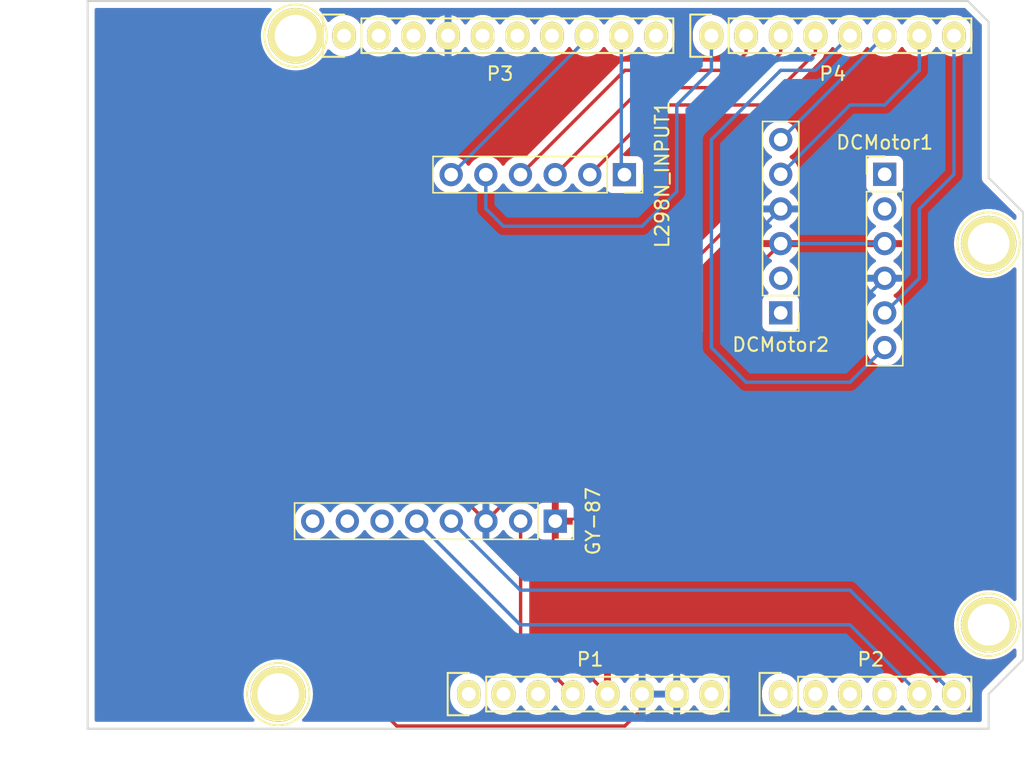
<source format=kicad_pcb>
(kicad_pcb (version 20211014) (generator pcbnew)
  (title_block (date "lun. 30 mars 2015"))
  (layers (0 "F.Cu" signal) (31 "B.Cu" signal) (34 "B.Paste" user) (35 "F.Paste" user) (36 "B.SilkS" user "B.Silkscreen") (37 "F.SilkS" user "F.Silkscreen") (38 "B.Mask" user) (39 "F.Mask" user) (44 "Edge.Cuts" user))
  (net 0 "")
  (net 1 "/IOREF")
  (net 2 "/Reset")
  (net 3 "+5V")
  (net 4 "GND")
  (net 5 "/Vin")
  (net 6 "/A0")
  (net 7 "/A1")
  (net 8 "/A2")
  (net 9 "/A3")
  (net 10 "/AREF")
  (net 11 "/A4(SDA)")
  (net 12 "/A5(SCL)")
  (net 13 "/9(**)")
  (net 14 "/8")
  (net 15 "/7")
  (net 16 "/6(**)")
  (net 17 "/5(**)")
  (net 18 "/4")
  (net 19 "/3(**)")
  (net 20 "/2")
  (net 21 "/1(Tx)")
  (net 22 "/0(Rx)")
  (net 23 "/M1-")
  (net 24 "/M1+")
  (net 25 "/M2-")
  (net 26 "/M2+")
  (net 27 "/13(SCK)")
  (net 30 "+3V3")
  (net 31 "/12(MISO)")
  (net 33 "/10(**{slash}SS)")
  (net 35 "/11(**{slash}MOSI)")
  (footprint "Socket_Arduino_Uno:Socket_Strip_Arduino_1x08" (layer "F.Cu") (at 138.938 123.825)
    (fp_text reference "P1" (at 8.89 -2.54) (layer "F.SilkS"))
    (fp_text value "Power")
    (fp_line (start 19.05 1.27) (end 19.05 -1.27) (layer "F.SilkS") (width 0.15))
    (fp_line (start 1.27 1.27) (end 19.05 1.27) (layer "F.SilkS") (width 0.15))
    (fp_line (start 19.05 -1.27) (end 1.27 -1.27) (layer "F.SilkS") (width 0.15))
    (fp_line (start 0 -1.55) (end -1.55 -1.55) (layer "F.SilkS") (width 0.15))
    (fp_line (start -1.55 -1.55) (end -1.55 1.55) (layer "F.SilkS") (width 0.15))
    (fp_line (start -1.55 1.55) (end 0 1.55) (layer "F.SilkS") (width 0.15))
    (fp_line (start 1.27 1.27) (end 1.27 -1.27) (layer "F.SilkS") (width 0.15))
    (pad "1" thru_hole oval locked (at 0 0) (size 1.7272 2.032) (drill 1.016) (layers *.Cu *.Mask "F.SilkS"))
    (pad "2" thru_hole oval locked (at 2.54 0) (size 1.7272 2.032) (drill 1.016) (layers *.Cu *.Mask "F.SilkS") (net 1 "/IOREF"))
    (pad "3" thru_hole oval locked (at 5.08 0) (size 1.7272 2.032) (drill 1.016) (layers *.Cu *.Mask "F.SilkS") (net 2 "/Reset"))
    (pad "4" thru_hole oval locked (at 7.62 0) (size 1.7272 2.032) (drill 1.016) (layers *.Cu *.Mask "F.SilkS") (net 30 "+3V3"))
    (pad "5" thru_hole oval locked (at 10.16 0) (size 1.7272 2.032) (drill 1.016) (layers *.Cu *.Mask "F.SilkS") (net 3 "+5V"))
    (pad "6" thru_hole oval locked (at 12.7 0) (size 1.7272 2.032) (drill 1.016) (layers *.Cu *.Mask "F.SilkS") (net 4 "GND"))
    (pad "7" thru_hole oval locked (at 15.24 0) (size 1.7272 2.032) (drill 1.016) (layers *.Cu *.Mask "F.SilkS") (net 4 "GND"))
    (pad "8" thru_hole oval locked (at 17.78 0) (size 1.7272 2.032) (drill 1.016) (layers *.Cu *.Mask "F.SilkS") (net 5 "/Vin"))
  )
  (footprint "Socket_Arduino_Uno:Socket_Strip_Arduino_1x06" (layer "F.Cu") (at 161.798 123.825)
    (fp_text reference "P2" (at 6.604 -2.54) (layer "F.SilkS"))
    (fp_text value "Analog")
    (fp_line (start 1.27 1.27) (end 1.27 -1.27) (layer "F.SilkS") (width 0.15))
    (fp_line (start 0 -1.55) (end -1.55 -1.55) (layer "F.SilkS") (width 0.15))
    (fp_line (start 13.97 -1.27) (end 1.27 -1.27) (layer "F.SilkS") (width 0.15))
    (fp_line (start 1.27 1.27) (end 13.97 1.27) (layer "F.SilkS") (width 0.15))
    (fp_line (start 13.97 1.27) (end 13.97 -1.27) (layer "F.SilkS") (width 0.15))
    (fp_line (start -1.55 -1.55) (end -1.55 1.55) (layer "F.SilkS") (width 0.15))
    (fp_line (start -1.55 1.55) (end 0 1.55) (layer "F.SilkS") (width 0.15))
    (pad "1" thru_hole oval locked (at 0 0) (size 1.7272 2.032) (drill 1.016) (layers *.Cu *.Mask "F.SilkS") (net 6 "/A0"))
    (pad "2" thru_hole oval locked (at 2.54 0) (size 1.7272 2.032) (drill 1.016) (layers *.Cu *.Mask "F.SilkS") (net 7 "/A1"))
    (pad "3" thru_hole oval locked (at 5.08 0) (size 1.7272 2.032) (drill 1.016) (layers *.Cu *.Mask "F.SilkS") (net 8 "/A2"))
    (pad "4" thru_hole oval locked (at 7.62 0) (size 1.7272 2.032) (drill 1.016) (layers *.Cu *.Mask "F.SilkS") (net 9 "/A3"))
    (pad "5" thru_hole oval locked (at 10.16 0) (size 1.7272 2.032) (drill 1.016) (layers *.Cu *.Mask "F.SilkS") (net 11 "/A4(SDA)"))
    (pad "6" thru_hole oval locked (at 12.7 0) (size 1.7272 2.032) (drill 1.016) (layers *.Cu *.Mask "F.SilkS") (net 12 "/A5(SCL)"))
  )
  (footprint "Socket_Arduino_Uno:Socket_Strip_Arduino_1x10" (layer "F.Cu") (at 129.794 75.565)
    (fp_text reference "P3" (at 11.43 2.794) (layer "F.SilkS"))
    (fp_text value "Digital")
    (fp_line (start -1.55 -1.55) (end -1.55 1.55) (layer "F.SilkS") (width 0.15))
    (fp_line (start 1.27 1.27) (end 24.13 1.27) (layer "F.SilkS") (width 0.15))
    (fp_line (start 24.13 1.27) (end 24.13 -1.27) (layer "F.SilkS") (width 0.15))
    (fp_line (start 24.13 -1.27) (end 1.27 -1.27) (layer "F.SilkS") (width 0.15))
    (fp_line (start 0 -1.55) (end -1.55 -1.55) (layer "F.SilkS") (width 0.15))
    (fp_line (start -1.55 1.55) (end 0 1.55) (layer "F.SilkS") (width 0.15))
    (fp_line (start 1.27 1.27) (end 1.27 -1.27) (layer "F.SilkS") (width 0.15))
    (pad "1" thru_hole oval locked (at 0 0) (size 1.7272 2.032) (drill 1.016) (layers *.Cu *.Mask "F.SilkS") (net 12 "/A5(SCL)"))
    (pad "2" thru_hole oval locked (at 2.54 0) (size 1.7272 2.032) (drill 1.016) (layers *.Cu *.Mask "F.SilkS") (net 11 "/A4(SDA)"))
    (pad "3" thru_hole oval locked (at 5.08 0) (size 1.7272 2.032) (drill 1.016) (layers *.Cu *.Mask "F.SilkS") (net 10 "/AREF"))
    (pad "4" thru_hole oval locked (at 7.62 0) (size 1.7272 2.032) (drill 1.016) (layers *.Cu *.Mask "F.SilkS") (net 4 "GND"))
    (pad "5" thru_hole oval locked (at 10.16 0) (size 1.7272 2.032) (drill 1.016) (layers *.Cu *.Mask "F.SilkS") (net 27 "/13(SCK)"))
    (pad "6" thru_hole oval locked (at 12.7 0) (size 1.7272 2.032) (drill 1.016) (layers *.Cu *.Mask "F.SilkS") (net 31 "/12(MISO)"))
    (pad "7" thru_hole oval locked (at 15.24 0) (size 1.7272 2.032) (drill 1.016) (layers *.Cu *.Mask "F.SilkS") (net 35 "/11(**{slash}MOSI)"))
    (pad "8" thru_hole oval locked (at 17.78 0) (size 1.7272 2.032) (drill 1.016) (layers *.Cu *.Mask "F.SilkS") (net 33 "/10(**{slash}SS)"))
    (pad "9" thru_hole oval locked (at 20.32 0) (size 1.7272 2.032) (drill 1.016) (layers *.Cu *.Mask "F.SilkS") (net 13 "/9(**)"))
    (pad "10" thru_hole oval locked (at 22.86 0) (size 1.7272 2.032) (drill 1.016) (layers *.Cu *.Mask "F.SilkS") (net 14 "/8"))
  )
  (footprint "Socket_Arduino_Uno:Socket_Strip_Arduino_1x08" (layer "F.Cu") (at 156.718 75.565)
    (fp_text reference "P4" (at 8.89 2.794) (layer "F.SilkS"))
    (fp_text value "Digital")
    (fp_line (start 19.05 -1.27) (end 1.27 -1.27) (layer "F.SilkS") (width 0.15))
    (fp_line (start -1.55 1.55) (end 0 1.55) (layer "F.SilkS") (width 0.15))
    (fp_line (start 1.27 1.27) (end 19.05 1.27) (layer "F.SilkS") (width 0.15))
    (fp_line (start 1.27 1.27) (end 1.27 -1.27) (layer "F.SilkS") (width 0.15))
    (fp_line (start 0 -1.55) (end -1.55 -1.55) (layer "F.SilkS") (width 0.15))
    (fp_line (start 19.05 1.27) (end 19.05 -1.27) (layer "F.SilkS") (width 0.15))
    (fp_line (start -1.55 -1.55) (end -1.55 1.55) (layer "F.SilkS") (width 0.15))
    (pad "1" thru_hole oval locked (at 0 0) (size 1.7272 2.032) (drill 1.016) (layers *.Cu *.Mask "F.SilkS") (net 15 "/7"))
    (pad "2" thru_hole oval locked (at 2.54 0) (size 1.7272 2.032) (drill 1.016) (layers *.Cu *.Mask "F.SilkS") (net 16 "/6(**)"))
    (pad "3" thru_hole oval locked (at 5.08 0) (size 1.7272 2.032) (drill 1.016) (layers *.Cu *.Mask "F.SilkS") (net 17 "/5(**)"))
    (pad "4" thru_hole oval locked (at 7.62 0) (size 1.7272 2.032) (drill 1.016) (layers *.Cu *.Mask "F.SilkS") (net 18 "/4"))
    (pad "5" thru_hole oval locked (at 10.16 0) (size 1.7272 2.032) (drill 1.016) (layers *.Cu *.Mask "F.SilkS") (net 19 "/3(**)"))
    (pad "6" thru_hole oval locked (at 12.7 0) (size 1.7272 2.032) (drill 1.016) (layers *.Cu *.Mask "F.SilkS") (net 20 "/2"))
    (pad "7" thru_hole oval locked (at 15.24 0) (size 1.7272 2.032) (drill 1.016) (layers *.Cu *.Mask "F.SilkS") (net 21 "/1(Tx)"))
    (pad "8" thru_hole oval locked (at 17.78 0) (size 1.7272 2.032) (drill 1.016) (layers *.Cu *.Mask "F.SilkS") (net 22 "/0(Rx)"))
  )
  (footprint "Socket_Arduino_Uno:Arduino_1pin" (layer "F.Cu") (at 124.968 123.825)
    (fp_text reference "P5" hide)
    (fp_text value "CONN_01X01" hide)
    (fp_circle (center 0 0) (end 0 -2.286) (layer "F.SilkS") (width 0.15) (fill none))
    (pad "1" thru_hole circle locked (at 0 0) (size 4.064 4.064) (drill 3.048) (layers *.Cu *.Mask "F.SilkS"))
  )
  (footprint "Socket_Arduino_Uno:Arduino_1pin" (layer "F.Cu") (at 177.038 118.745)
    (fp_text reference "P6" hide)
    (fp_text value "CONN_01X01" hide)
    (fp_circle (center 0 0) (end 0 -2.286) (layer "F.SilkS") (width 0.15) (fill none))
    (pad "1" thru_hole circle locked (at 0 0) (size 4.064 4.064) (drill 3.048) (layers *.Cu *.Mask "F.SilkS"))
  )
  (footprint "Socket_Arduino_Uno:Arduino_1pin" (layer "F.Cu") (at 126.238 75.565)
    (fp_text reference "P7" hide)
    (fp_text value "CONN_01X01" hide)
    (fp_circle (center 0 0) (end 0 -2.286) (layer "F.SilkS") (width 0.15) (fill none))
    (pad "1" thru_hole circle locked (at 0 0) (size 4.064 4.064) (drill 3.048) (layers *.Cu *.Mask "F.SilkS"))
  )
  (footprint "Socket_Arduino_Uno:Arduino_1pin" (layer "F.Cu") (at 177.038 90.805)
    (fp_text reference "P8" hide)
    (fp_text value "CONN_01X01" hide)
    (fp_circle (center 0 0) (end 0 -2.286) (layer "F.SilkS") (width 0.15) (fill none))
    (pad "1" thru_hole circle locked (at 0 0) (size 4.064 4.064) (drill 3.048) (layers *.Cu *.Mask "F.SilkS"))
  )
  (footprint "Connector_PinSocket_2.54mm:PinSocket_1x06_P2.54mm_Vertical" (layer "F.Cu") (at 150.343 85.75 -90)
    (fp_text reference "L298N_INPUT1" (at 0 -2.77 90) (layer "F.SilkS"))
    (fp_text value "Conn_01x06_Female")
    (fp_line (start 1.33 -1.33) (end 1.33 0) (layer "F.SilkS") (width 0.12))
    (fp_line (start -1.33 14.03) (end 1.33 14.03) (layer "F.SilkS") (width 0.12))
    (fp_line (start -1.33 1.27) (end -1.33 14.03) (layer "F.SilkS") (width 0.12))
    (fp_line (start -1.33 1.27) (end 1.33 1.27) (layer "F.SilkS") (width 0.12))
    (fp_line (start 0 -1.33) (end 1.33 -1.33) (layer "F.SilkS") (width 0.12))
    (fp_line (start 1.33 1.27) (end 1.33 14.03) (layer "F.SilkS") (width 0.12))
    (pad "1" thru_hole rect (at 0 0 270) (size 1.7 1.7) (drill 1) (layers *.Cu *.Mask) (net 13 "/9(**)"))
    (pad "2" thru_hole oval (at 0 2.54 270) (size 1.7 1.7) (drill 1) (layers *.Cu *.Mask) (net 18 "/4"))
    (pad "3" thru_hole oval (at 0 5.08 270) (size 1.7 1.7) (drill 1) (layers *.Cu *.Mask) (net 17 "/5(**)"))
    (pad "4" thru_hole oval (at 0 7.62 270) (size 1.7 1.7) (drill 1) (layers *.Cu *.Mask) (net 16 "/6(**)"))
    (pad "5" thru_hole oval (at 0 10.16 270) (size 1.7 1.7) (drill 1) (layers *.Cu *.Mask) (net 15 "/7"))
    (pad "6" thru_hole oval (at 0 12.7 270) (size 1.7 1.7) (drill 1) (layers *.Cu *.Mask) (net 33 "/10(**{slash}SS)"))
  )
  (footprint "Connector_PinSocket_2.54mm:PinSocket_1x08_P2.54mm_Vertical" (layer "F.Cu") (at 145.273 111.15 -90)
    (fp_text reference "GY-87" (at 0 -2.77 90) (layer "F.SilkS"))
    (fp_text value "Conn_01x08_Female")
    (fp_line (start 1.33 -1.33) (end 1.33 0) (layer "F.SilkS") (width 0.12))
    (fp_line (start -1.33 1.27) (end 1.33 1.27) (layer "F.SilkS") (width 0.12))
    (fp_line (start -1.33 1.27) (end -1.33 19.11) (layer "F.SilkS") (width 0.12))
    (fp_line (start -1.33 19.11) (end 1.33 19.11) (layer "F.SilkS") (width 0.12))
    (fp_line (start 0 -1.33) (end 1.33 -1.33) (layer "F.SilkS") (width 0.12))
    (fp_line (start 1.33 1.27) (end 1.33 19.11) (layer "F.SilkS") (width 0.12))
    (pad "1" thru_hole rect (at 0 0 270) (size 1.7 1.7) (drill 1) (layers *.Cu *.Mask) (net 3 "+5V"))
    (pad "2" thru_hole oval (at 0 2.54 270) (size 1.7 1.7) (drill 1) (layers *.Cu *.Mask) (net 30 "+3V3"))
    (pad "3" thru_hole oval (at 0 5.08 270) (size 1.7 1.7) (drill 1) (layers *.Cu *.Mask) (net 4 "GND"))
    (pad "4" thru_hole oval (at 0 7.62 270) (size 1.7 1.7) (drill 1) (layers *.Cu *.Mask) (net 12 "/A5(SCL)"))
    (pad "5" thru_hole oval (at 0 10.16 270) (size 1.7 1.7) (drill 1) (layers *.Cu *.Mask) (net 11 "/A4(SDA)"))
    (pad "6" thru_hole oval (at 0 12.7 270) (size 1.7 1.7) (drill 1) (layers *.Cu *.Mask))
    (pad "7" thru_hole oval (at 0 15.24 270) (size 1.7 1.7) (drill 1) (layers *.Cu *.Mask))
    (pad "8" thru_hole oval (at 0 17.78 270) (size 1.7 1.7) (drill 1) (layers *.Cu *.Mask))
  )
  (footprint "Connector_PinHeader_2.54mm:PinHeader_1x06_P2.54mm_Vertical" (layer "F.Cu") (at 169.418 85.725)
    (fp_text reference "DCMotor1" (at 0 -2.33) (layer "F.SilkS"))
    (fp_text value "Conn_01x06_Male")
    (fp_line (start -1.33 0) (end -1.33 -1.33) (layer "F.SilkS") (width 0.12))
    (fp_line (start -1.33 -1.33) (end 0 -1.33) (layer "F.SilkS") (width 0.12))
    (fp_line (start -1.33 14.03) (end 1.33 14.03) (layer "F.SilkS") (width 0.12))
    (fp_line (start -1.33 1.27) (end 1.33 1.27) (layer "F.SilkS") (width 0.12))
    (fp_line (start -1.33 1.27) (end -1.33 14.03) (layer "F.SilkS") (width 0.12))
    (fp_line (start 1.33 1.27) (end 1.33 14.03) (layer "F.SilkS") (width 0.12))
    (pad "1" thru_hole rect (at 0 0) (size 1.7 1.7) (drill 1) (layers *.Cu *.Mask) (net 23 "/M1-"))
    (pad "2" thru_hole oval (at 0 2.54) (size 1.7 1.7) (drill 1) (layers *.Cu *.Mask) (net 24 "/M1+"))
    (pad "3" thru_hole oval (at 0 5.08) (size 1.7 1.7) (drill 1) (layers *.Cu *.Mask) (net 3 "+5V"))
    (pad "4" thru_hole oval (at 0 7.62) (size 1.7 1.7) (drill 1) (layers *.Cu *.Mask) (net 4 "GND"))
    (pad "5" thru_hole oval (at 0 10.16) (size 1.7 1.7) (drill 1) (layers *.Cu *.Mask) (net 22 "/0(Rx)"))
    (pad "6" thru_hole oval (at 0 12.7) (size 1.7 1.7) (drill 1) (layers *.Cu *.Mask) (net 19 "/3(**)"))
  )
  (footprint "Connector_PinHeader_2.54mm:PinHeader_1x06_P2.54mm_Vertical" (layer "F.Cu") (at 161.798 95.885 180)
    (fp_text reference "DCMotor2" (at 0 -2.33) (layer "F.SilkS"))
    (fp_text value "Conn_01x06_Male")
    (fp_line (start -1.33 -1.33) (end 0 -1.33) (layer "F.SilkS") (width 0.12))
    (fp_line (start -1.33 1.27) (end -1.33 14.03) (layer "F.SilkS") (width 0.12))
    (fp_line (start -1.33 0) (end -1.33 -1.33) (layer "F.SilkS") (width 0.12))
    (fp_line (start 1.33 1.27) (end 1.33 14.03) (layer "F.SilkS") (width 0.12))
    (fp_line (start -1.33 1.27) (end 1.33 1.27) (layer "F.SilkS") (width 0.12))
    (fp_line (start -1.33 14.03) (end 1.33 14.03) (layer "F.SilkS") (width 0.12))
    (pad "1" thru_hole rect (at 0 0 180) (size 1.7 1.7) (drill 1) (layers *.Cu *.Mask) (net 25 "/M2-"))
    (pad "2" thru_hole oval (at 0 2.54 180) (size 1.7 1.7) (drill 1) (layers *.Cu *.Mask) (net 26 "/M2+"))
    (pad "3" thru_hole oval (at 0 5.08 180) (size 1.7 1.7) (drill 1) (layers *.Cu *.Mask) (net 3 "+5V"))
    (pad "4" thru_hole oval (at 0 7.62 180) (size 1.7 1.7) (drill 1) (layers *.Cu *.Mask) (net 4 "GND"))
    (pad "5" thru_hole oval (at 0 10.16 180) (size 1.7 1.7) (drill 1) (layers *.Cu *.Mask) (net 21 "/1(Tx)"))
    (pad "6" thru_hole oval (at 0 12.7 180) (size 1.7 1.7) (drill 1) (layers *.Cu *.Mask) (net 20 "/2"))
  )
  (gr_line (start 179.578 88.519) (end 177.038 85.979) (layer "Edge.Cuts") (width 0.15))
  (gr_line (start 177.038 126.365) (end 177.038 123.825) (layer "Edge.Cuts") (width 0.15))
  (gr_line (start 177.038 74.549) (end 175.514 73.025) (layer "Edge.Cuts") (width 0.15))
  (gr_line (start 177.038 123.825) (end 179.578 121.285) (layer "Edge.Cuts") (width 0.15))
  (gr_line (start 110.998 73.025) (end 110.998 126.365) (layer "Edge.Cuts") (width 0.15))
  (gr_line (start 179.578 121.285) (end 179.578 88.519) (layer "Edge.Cuts") (width 0.15))
  (gr_line (start 110.998 126.365) (end 177.038 126.365) (layer "Edge.Cuts") (width 0.15))
  (gr_line (start 175.514 73.025) (end 110.998 73.025) (layer "Edge.Cuts") (width 0.15))
  (gr_line (start 177.038 85.979) (end 177.038 74.549) (layer "Edge.Cuts") (width 0.15))
  (segment (start 145.273 111.15) (end 147.803 111.15) (width 0.25) (layer "F.Cu") (net 3))
  (segment (start 145.273 111.15) (end 145.273 120) (width 0.25) (layer "F.Cu") (net 3))
  (segment (start 157.988 94.615) (end 161.798 90.805) (width 0.25) (layer "F.Cu") (net 3))
  (segment (start 145.273 120) (end 149.098 123.825) (width 0.25) (layer "F.Cu") (net 3))
  (segment (start 157.988 100.965) (end 157.988 94.615) (width 0.25) (layer "F.Cu") (net 3))
  (segment (start 147.803 111.15) (end 157.988 100.965) (width 0.25) (layer "F.Cu") (net 3))
  (segment (start 169.418 90.805) (end 161.798 90.805) (width 0.25) (layer "B.Cu") (net 3))
  (segment (start 133.858 104.815) (end 140.193 111.15) (width 0.25) (layer "F.Cu") (net 4))
  (segment (start 155.448 97.155) (end 155.448 92.075) (width 0.25) (layer "F.Cu") (net 4))
  (segment (start 133.858 102.235) (end 133.858 104.815) (width 0.25) (layer "F.Cu") (net 4))
  (segment (start 155.448 92.075) (end 159.258 88.265) (width 0.25) (layer "F.Cu") (net 4))
  (segment (start 159.258 88.265) (end 161.798 88.265) (width 0.25) (layer "F.Cu") (net 4))
  (segment (start 152.908 99.695) (end 155.448 97.155) (width 0.25) (layer "F.Cu") (net 4))
  (segment (start 150.368 126.16548) (end 151.638 124.89548) (width 0.25) (layer "F.Cu") (net 4))
  (segment (start 133.858 81.915) (end 133.858 102.235) (width 0.25) (layer "F.Cu") (net 4))
  (segment (start 128.778 102.235) (end 123.698 107.315) (width 0.25) (layer "F.Cu") (net 4))
  (segment (start 137.414 75.565) (end 137.414 78.359) (width 0.25) (layer "F.Cu") (net 4))
  (segment (start 137.414 78.359) (end 133.858 81.915) (width 0.25) (layer "F.Cu") (net 4))
  (segment (start 123.698 107.315) (end 123.698 116.205) (width 0.25) (layer "F.Cu") (net 4))
  (segment (start 133.858 102.235) (end 128.778 102.235) (width 0.25) (layer "F.Cu") (net 4))
  (segment (start 123.698 116.205) (end 133.65848 126.16548) (width 0.25) (layer "F.Cu") (net 4))
  (segment (start 140.193 111.15) (end 151.648 99.695) (width 0.25) (layer "F.Cu") (net 4))
  (segment (start 151.638 124.89548) (end 151.638 123.825) (width 0.25) (layer "F.Cu") (net 4))
  (segment (start 133.65848 126.16548) (end 150.368 126.16548) (width 0.25) (layer "F.Cu") (net 4))
  (segment (start 151.648 99.695) (end 152.908 99.695) (width 0.25) (layer "F.Cu") (net 4))
  (segment (start 154.178 123.825) (end 151.638 123.825) (width 0.25) (layer "B.Cu") (net 4))
  (segment (start 164.338 98.425) (end 159.258 98.425) (width 0.25) (layer "B.Cu") (net 4))
  (segment (start 159.258 98.425) (end 159.258 90.805) (width 0.25) (layer "B.Cu") (net 4))
  (segment (start 169.418 93.345) (end 164.338 98.425) (width 0.25) (layer "B.Cu") (net 4))
  (segment (start 159.258 90.805) (end 161.798 88.265) (width 0.25) (layer "B.Cu") (net 4))
  (segment (start 166.878 118.745) (end 171.958 123.825) (width 0.25) (layer "B.Cu") (net 11))
  (segment (start 142.708 118.745) (end 166.878 118.745) (width 0.25) (layer "B.Cu") (net 11))
  (segment (start 135.113 111.15) (end 142.708 118.745) (width 0.25) (layer "B.Cu") (net 11))
  (segment (start 174.498 123.825) (end 166.878 116.205) (width 0.25) (layer "B.Cu") (net 12))
  (segment (start 166.878 116.205) (end 142.708 116.205) (width 0.25) (layer "B.Cu") (net 12))
  (segment (start 142.708 116.205) (end 137.653 111.15) (width 0.25) (layer "B.Cu") (net 12))
  (segment (start 150.114 75.565) (end 150.114 85.521) (width 0.25) (layer "B.Cu") (net 13))
  (segment (start 150.114 85.521) (end 150.343 85.75) (width 0.25) (layer "B.Cu") (net 13))
  (segment (start 154.178 80.645) (end 156.718 78.105) (width 0.25) (layer "B.Cu") (net 15))
  (segment (start 154.178 86.995) (end 154.178 80.645) (width 0.25) (layer "B.Cu") (net 15))
  (segment (start 141.478 89.535) (end 151.638 89.535) (width 0.25) (layer "B.Cu") (net 15))
  (segment (start 140.183 88.24) (end 141.478 89.535) (width 0.25) (layer "B.Cu") (net 15))
  (segment (start 151.638 89.535) (end 154.178 86.995) (width 0.25) (layer "B.Cu") (net 15))
  (segment (start 140.183 85.75) (end 140.183 88.24) (width 0.25) (layer "B.Cu") (net 15))
  (segment (start 156.718 78.105) (end 156.718 75.565) (width 0.25) (layer "B.Cu") (net 15))
  (segment (start 142.723 85.75) (end 150.368 78.105) (width 0.25) (layer "F.Cu") (net 16))
  (segment (start 157.988 78.105) (end 159.258 76.835) (width 0.25) (layer "F.Cu") (net 16))
  (segment (start 159.258 76.835) (end 159.258 75.565) (width 0.25) (layer "F.Cu") (net 16))
  (segment (start 150.368 78.105) (end 157.988 78.105) (width 0.25) (layer "F.Cu") (net 16))
  (segment (start 145.263 85.75) (end 151.638 79.375) (width 0.25) (layer "F.Cu") (net 17))
  (segment (start 151.638 79.375) (end 159.258 79.375) (width 0.25) (layer "F.Cu") (net 17))
  (segment (start 161.798 76.835) (end 161.798 75.565) (width 0.25) (layer "F.Cu") (net 17))
  (segment (start 159.258 79.375) (end 161.798 76.835) (width 0.25) (layer "F.Cu") (net 17))
  (segment (start 147.803 85.75) (end 152.908 80.645) (width 0.25) (layer "F.Cu") (net 18))
  (segment (start 160.528 80.645) (end 164.338 76.835) (width 0.25) (layer "F.Cu") (net 18))
  (segment (start 164.338 76.835) (end 164.338 75.565) (width 0.25) (layer "F.Cu") (net 18))
  (segment (start 152.908 80.645) (end 160.528 80.645) (width 0.25) (layer "F.Cu") (net 18))
  (segment (start 166.878 75.565) (end 164.338 78.105) (width 0.25) (layer "B.Cu") (net 19))
  (segment (start 166.878 100.965) (end 169.418 98.425) (width 0.25) (layer "B.Cu") (net 19))
  (segment (start 156.718 98.425) (end 159.258 100.965) (width 0.25) (layer "B.Cu") (net 19))
  (segment (start 161.798 78.105) (end 156.718 83.185) (width 0.25) (layer "B.Cu") (net 19))
  (segment (start 164.338 78.105) (end 161.798 78.105) (width 0.25) (layer "B.Cu") (net 19))
  (segment (start 156.718 83.185) (end 156.718 98.425) (width 0.25) (layer "B.Cu") (net 19))
  (segment (start 159.258 100.965) (end 166.878 100.965) (width 0.25) (layer "B.Cu") (net 19))
  (segment (start 169.418 75.565) (end 161.798 83.185) (width 0.25) (layer "B.Cu") (net 20))
  (segment (start 171.958 75.565) (end 171.958 78.105) (width 0.25) (layer "B.Cu") (net 21))
  (segment (start 171.958 78.105) (end 169.418 80.645) (width 0.25) (layer "B.Cu") (net 21))
  (segment (start 166.878 80.645) (end 161.798 85.725) (width 0.25) (layer "B.Cu") (net 21))
  (segment (start 169.418 80.645) (end 166.878 80.645) (width 0.25) (layer "B.Cu") (net 21))
  (segment (start 171.958 88.265) (end 171.958 93.345) (width 0.25) (layer "B.Cu") (net 22))
  (segment (start 171.958 93.345) (end 169.418 95.885) (width 0.25) (layer "B.Cu") (net 22))
  (segment (start 174.498 75.565) (end 174.498 85.725) (width 0.25) (layer "B.Cu") (net 22))
  (segment (start 174.498 85.725) (end 171.958 88.265) (width 0.25) (layer "B.Cu") (net 22))
  (segment (start 142.733 120) (end 142.733 111.15) (width 0.25) (layer "F.Cu") (net 30))
  (segment (start 146.558 123.825) (end 142.733 120) (width 0.25) (layer "F.Cu") (net 30))
  (segment (start 137.643 85.75) (end 147.574 75.819) (width 0.25) (layer "B.Cu") (net 33))
  (segment (start 147.574 75.819) (end 147.574 75.565) (width 0.25) (layer "B.Cu") (net 33))
  (zone (net 3) (net_name "+5V") (layer "F.Cu") (connect_pads (clearance 0.508)) (min_thickness 0.254) (fill yes (thermal_gap 0.508) (thermal_bridge_width 0.508))
    (polygon (pts (xy 179.578 128.905) (xy 110.998 128.905) (xy 110.998 73.025) (xy 179.578 73.025)))
  )
  (zone (net 4) (net_name "GND") (layer "B.Cu") (connect_pads (clearance 0.508)) (min_thickness 0.254) (fill yes (thermal_gap 0.508) (thermal_bridge_width 0.508))
    (polygon (pts (xy 179.578 128.905) (xy 110.998 128.905) (xy 110.998 73.025) (xy 179.578 73.025)))
  )
)
</source>
